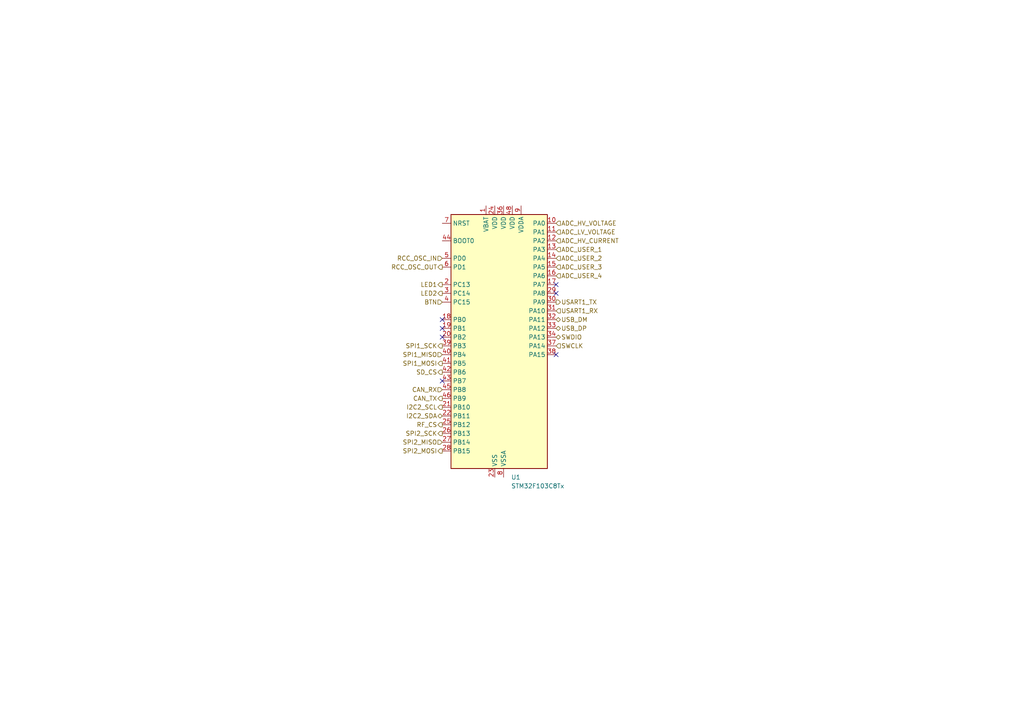
<source format=kicad_sch>
(kicad_sch (version 20231120) (generator "eeschema") (generator_version "8.0")
  (paper "A4")
  (lib_symbols
    (symbol "MCU_ST_STM32F1:STM32F103C8Tx"
      (property "Reference" "U" (at -12.7 39.37 0))
      (property "Value" "STM32F103C8Tx" (at 10.16 39.37 0))
      (symbol "STM32F103C8Tx_0_1"
        (rectangle (start -12.7 -35.56) (end 15.24 38.1) (stroke (width 0.254)) (fill (type background)))
      )
      (symbol "STM32F103C8Tx_1_1"
        (pin power_in line (at -2.54 40.64 270) (length 2.54) (name "VBAT") (number "1"))
        (pin bidirectional line (at 17.78 35.56 180) (length 2.54) (name "PA0") (number "10"))
        (pin bidirectional line (at 17.78 33.02 180) (length 2.54) (name "PA1") (number "11"))
        (pin bidirectional line (at 17.78 30.48 180) (length 2.54) (name "PA2") (number "12"))
        (pin bidirectional line (at 17.78 27.94 180) (length 2.54) (name "PA3") (number "13"))
        (pin bidirectional line (at 17.78 25.4 180) (length 2.54) (name "PA4") (number "14"))
        (pin bidirectional line (at 17.78 22.86 180) (length 2.54) (name "PA5") (number "15"))
        (pin bidirectional line (at 17.78 20.32 180) (length 2.54) (name "PA6") (number "16"))
        (pin bidirectional line (at 17.78 17.78 180) (length 2.54) (name "PA7") (number "17"))
        (pin bidirectional line (at -15.24 7.62 0) (length 2.54) (name "PB0") (number "18"))
        (pin bidirectional line (at -15.24 5.08 0) (length 2.54) (name "PB1") (number "19"))
        (pin bidirectional line (at -15.24 17.78 0) (length 2.54) (name "PC13") (number "2"))
        (pin bidirectional line (at -15.24 2.54 0) (length 2.54) (name "PB2") (number "20"))
        (pin bidirectional line (at -15.24 -17.78 0) (length 2.54) (name "PB10") (number "21"))
        (pin bidirectional line (at -15.24 -20.32 0) (length 2.54) (name "PB11") (number "22"))
        (pin power_in line (at 0 -38.1 90) (length 2.54) (name "VSS") (number "23"))
        (pin power_in line (at 0 40.64 270) (length 2.54) (name "VDD") (number "24"))
        (pin bidirectional line (at -15.24 -22.86 0) (length 2.54) (name "PB12") (number "25"))
        (pin bidirectional line (at -15.24 -25.4 0) (length 2.54) (name "PB13") (number "26"))
        (pin bidirectional line (at -15.24 -27.94 0) (length 2.54) (name "PB14") (number "27"))
        (pin bidirectional line (at -15.24 -30.48 0) (length 2.54) (name "PB15") (number "28"))
        (pin bidirectional line (at 17.78 15.24 180) (length 2.54) (name "PA8") (number "29"))
        (pin bidirectional line (at -15.24 15.24 0) (length 2.54) (name "PC14") (number "3"))
        (pin bidirectional line (at 17.78 12.7 180) (length 2.54) (name "PA9") (number "30"))
        (pin bidirectional line (at 17.78 10.16 180) (length 2.54) (name "PA10") (number "31"))
        (pin bidirectional line (at 17.78 7.62 180) (length 2.54) (name "PA11") (number "32"))
        (pin bidirectional line (at 17.78 5.08 180) (length 2.54) (name "PA12") (number "33"))
        (pin bidirectional line (at 17.78 2.54 180) (length 2.54) (name "PA13") (number "34"))
        (pin passive line (at 0 -38.1 90) (length 2.54) hide (name "VSS") (number "35"))
        (pin power_in line (at 2.54 40.64 270) (length 2.54) (name "VDD") (number "36"))
        (pin bidirectional line (at 17.78 0 180) (length 2.54) (name "PA14") (number "37"))
        (pin bidirectional line (at 17.78 -2.54 180) (length 2.54) (name "PA15") (number "38"))
        (pin bidirectional line (at -15.24 0 0) (length 2.54) (name "PB3") (number "39"))
        (pin bidirectional line (at -15.24 12.7 0) (length 2.54) (name "PC15") (number "4"))
        (pin bidirectional line (at -15.24 -2.54 0) (length 2.54) (name "PB4") (number "40"))
        (pin bidirectional line (at -15.24 -5.08 0) (length 2.54) (name "PB5") (number "41"))
        (pin bidirectional line (at -15.24 -7.62 0) (length 2.54) (name "PB6") (number "42"))
        (pin bidirectional line (at -15.24 -10.16 0) (length 2.54) (name "PB7") (number "43"))
        (pin input line (at -15.24 30.48 0) (length 2.54) (name "BOOT0") (number "44"))
        (pin bidirectional line (at -15.24 -12.7 0) (length 2.54) (name "PB8") (number "45"))
        (pin bidirectional line (at -15.24 -15.24 0) (length 2.54) (name "PB9") (number "46"))
        (pin passive line (at 0 -38.1 90) (length 2.54) hide (name "VSS") (number "47"))
        (pin power_in line (at 5.08 40.64 270) (length 2.54) (name "VDD") (number "48"))
        (pin bidirectional line (at -15.24 25.4 0) (length 2.54) (name "PD0") (number "5"))
        (pin bidirectional line (at -15.24 22.86 0) (length 2.54) (name "PD1") (number "6"))
        (pin input line (at -15.24 35.56 0) (length 2.54) (name "NRST") (number "7"))
        (pin power_in line (at 2.54 -38.1 90) (length 2.54) (name "VSSA") (number "8"))
        (pin power_in line (at 7.62 40.64 270) (length 2.54) (name "VDDA") (number "9"))
      )
    )
  )
  (no_connect (at 128.27 92.71))
  (no_connect (at 128.27 110.49))
  (no_connect (at 161.29 102.87))
  (no_connect (at 161.29 85.09))
  (no_connect (at 128.27 97.79))
  (no_connect (at 128.27 95.25))
  (no_connect (at 161.29 82.55))
  (hierarchical_label "ADC_USER_1" (shape input) (at 161.29 72.39 0))
  (hierarchical_label "SWDIO" (shape bidirectional) (at 161.29 97.79 0))
  (hierarchical_label "I2C2_SCL" (shape output) (at 128.27 118.11 180))
  (hierarchical_label "SPI2_SCK" (shape output) (at 128.27 125.73 180))
  (hierarchical_label "CAN_TX" (shape output) (at 128.27 115.57 180))
  (hierarchical_label "LED2" (shape output) (at 128.27 85.09 180))
  (hierarchical_label "RF_CS" (shape output) (at 128.27 123.19 180))
  (hierarchical_label "SPI2_MISO" (shape input) (at 128.27 128.27 180))
  (hierarchical_label "SWCLK" (shape input) (at 161.29 100.33 0))
  (hierarchical_label "RCC_OSC_OUT" (shape output) (at 128.27 77.47 180))
  (hierarchical_label "CAN_RX" (shape input) (at 128.27 113.03 180))
  (hierarchical_label "ADC_USER_4" (shape input) (at 161.29 80.01 0))
  (hierarchical_label "ADC_LV_VOLTAGE" (shape input) (at 161.29 67.31 0))
  (hierarchical_label "USB_DM" (shape bidirectional) (at 161.29 92.71 0))
  (hierarchical_label "ADC_USER_2" (shape input) (at 161.29 74.93 0))
  (hierarchical_label "BTN" (shape input) (at 128.27 87.63 180))
  (hierarchical_label "USART1_RX" (shape input) (at 161.29 90.17 0))
  (hierarchical_label "SPI1_MOSI" (shape output) (at 128.27 105.41 180))
  (hierarchical_label "USART1_TX" (shape output) (at 161.29 87.63 0))
  (hierarchical_label "ADC_USER_3" (shape input) (at 161.29 77.47 0))
  (hierarchical_label "I2C2_SDA" (shape bidirectional) (at 128.27 120.65 180))
  (hierarchical_label "SPI2_MOSI" (shape output) (at 128.27 130.81 180))
  (hierarchical_label "ADC_HV_CURRENT" (shape input) (at 161.29 69.85 0))
  (hierarchical_label "LED1" (shape output) (at 128.27 82.55 180))
  (hierarchical_label "ADC_HV_VOLTAGE" (shape input) (at 161.29 64.77 0))
  (hierarchical_label "RCC_OSC_IN" (shape input) (at 128.27 74.93 180))
  (hierarchical_label "SPI1_SCK" (shape output) (at 128.27 100.33 180))
  (hierarchical_label "SPI1_MISO" (shape input) (at 128.27 102.87 180))
  (hierarchical_label "USB_DP" (shape bidirectional) (at 161.29 95.25 0))
  (hierarchical_label "SD_CS" (shape output) (at 128.27 107.95 180))
  (symbol (lib_id "MCU_ST_STM32F1:STM32F103C8Tx") (at 143.51 100.33 0) (unit 1)
    (property "Reference" "U1" (at 148.2441 138.43 0) (effects (justify left)))
    (property "Value" "STM32F103C8Tx" (at 148.2441 140.97 0) (effects (justify left)))
    (property "Footprint" "Package_QFP:LQFP-48_7x7mm_P0.5mm" (effects (hide yes)))
    (property "Datasheet" "https://www.st.com/resource/en/datasheet/stm32f103c8.pdf" (effects (hide yes)))
    (property "Description" "STMicroelectronics Arm Cortex-M3 MCU, 64KB flash, 20KB RAM, 72 MHz, 2.0-3.6V, 37 GPIO, LQFP48" (effects (hide yes)))
  )
)
</source>
